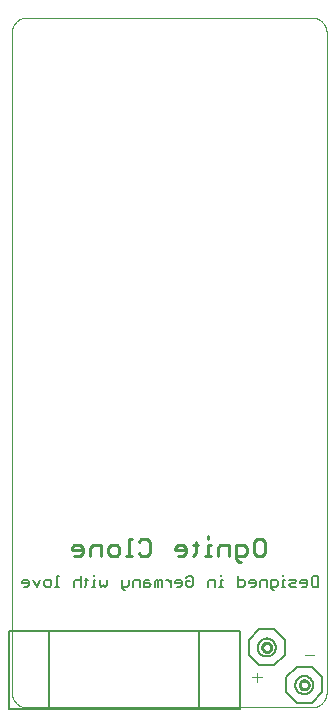
<source format=gbo>
G75*
%MOIN*%
%OFA0B0*%
%FSLAX25Y25*%
%IPPOS*%
%LPD*%
%AMOC8*
5,1,8,0,0,1.08239X$1,22.5*
%
%ADD10C,0.00000*%
%ADD11C,0.00600*%
%ADD12C,0.01000*%
%ADD13C,0.00400*%
%ADD14C,0.00500*%
D10*
X0004567Y0009300D02*
X0004567Y0229261D01*
X0004569Y0229401D01*
X0004575Y0229541D01*
X0004585Y0229681D01*
X0004598Y0229821D01*
X0004616Y0229960D01*
X0004638Y0230099D01*
X0004663Y0230236D01*
X0004692Y0230374D01*
X0004725Y0230510D01*
X0004762Y0230645D01*
X0004803Y0230779D01*
X0004848Y0230912D01*
X0004896Y0231044D01*
X0004948Y0231174D01*
X0005003Y0231303D01*
X0005062Y0231430D01*
X0005125Y0231556D01*
X0005191Y0231680D01*
X0005260Y0231801D01*
X0005333Y0231921D01*
X0005410Y0232039D01*
X0005489Y0232154D01*
X0005572Y0232268D01*
X0005658Y0232378D01*
X0005747Y0232487D01*
X0005839Y0232593D01*
X0005934Y0232696D01*
X0006031Y0232797D01*
X0006132Y0232894D01*
X0006235Y0232989D01*
X0006341Y0233081D01*
X0006450Y0233170D01*
X0006560Y0233256D01*
X0006674Y0233339D01*
X0006789Y0233418D01*
X0006907Y0233495D01*
X0007027Y0233568D01*
X0007148Y0233637D01*
X0007272Y0233703D01*
X0007398Y0233766D01*
X0007525Y0233825D01*
X0007654Y0233880D01*
X0007784Y0233932D01*
X0007916Y0233980D01*
X0008049Y0234025D01*
X0008183Y0234066D01*
X0008318Y0234103D01*
X0008454Y0234136D01*
X0008592Y0234165D01*
X0008729Y0234190D01*
X0008868Y0234212D01*
X0009007Y0234230D01*
X0009147Y0234243D01*
X0009287Y0234253D01*
X0009427Y0234259D01*
X0009567Y0234261D01*
X0104517Y0234261D01*
X0104657Y0234259D01*
X0104797Y0234253D01*
X0104937Y0234243D01*
X0105077Y0234230D01*
X0105216Y0234212D01*
X0105355Y0234190D01*
X0105492Y0234165D01*
X0105630Y0234136D01*
X0105766Y0234103D01*
X0105901Y0234066D01*
X0106035Y0234025D01*
X0106168Y0233980D01*
X0106300Y0233932D01*
X0106430Y0233880D01*
X0106559Y0233825D01*
X0106686Y0233766D01*
X0106812Y0233703D01*
X0106936Y0233637D01*
X0107057Y0233568D01*
X0107177Y0233495D01*
X0107295Y0233418D01*
X0107410Y0233339D01*
X0107524Y0233256D01*
X0107634Y0233170D01*
X0107743Y0233081D01*
X0107849Y0232989D01*
X0107952Y0232894D01*
X0108053Y0232797D01*
X0108150Y0232696D01*
X0108245Y0232593D01*
X0108337Y0232487D01*
X0108426Y0232378D01*
X0108512Y0232268D01*
X0108595Y0232154D01*
X0108674Y0232039D01*
X0108751Y0231921D01*
X0108824Y0231801D01*
X0108893Y0231680D01*
X0108959Y0231556D01*
X0109022Y0231430D01*
X0109081Y0231303D01*
X0109136Y0231174D01*
X0109188Y0231044D01*
X0109236Y0230912D01*
X0109281Y0230779D01*
X0109322Y0230645D01*
X0109359Y0230510D01*
X0109392Y0230374D01*
X0109421Y0230236D01*
X0109446Y0230099D01*
X0109468Y0229960D01*
X0109486Y0229821D01*
X0109499Y0229681D01*
X0109509Y0229541D01*
X0109515Y0229401D01*
X0109517Y0229261D01*
X0109517Y0009300D01*
X0109515Y0009160D01*
X0109509Y0009020D01*
X0109499Y0008880D01*
X0109486Y0008740D01*
X0109468Y0008601D01*
X0109446Y0008462D01*
X0109421Y0008325D01*
X0109392Y0008187D01*
X0109359Y0008051D01*
X0109322Y0007916D01*
X0109281Y0007782D01*
X0109236Y0007649D01*
X0109188Y0007517D01*
X0109136Y0007387D01*
X0109081Y0007258D01*
X0109022Y0007131D01*
X0108959Y0007005D01*
X0108893Y0006881D01*
X0108824Y0006760D01*
X0108751Y0006640D01*
X0108674Y0006522D01*
X0108595Y0006407D01*
X0108512Y0006293D01*
X0108426Y0006183D01*
X0108337Y0006074D01*
X0108245Y0005968D01*
X0108150Y0005865D01*
X0108053Y0005764D01*
X0107952Y0005667D01*
X0107849Y0005572D01*
X0107743Y0005480D01*
X0107634Y0005391D01*
X0107524Y0005305D01*
X0107410Y0005222D01*
X0107295Y0005143D01*
X0107177Y0005066D01*
X0107057Y0004993D01*
X0106936Y0004924D01*
X0106812Y0004858D01*
X0106686Y0004795D01*
X0106559Y0004736D01*
X0106430Y0004681D01*
X0106300Y0004629D01*
X0106168Y0004581D01*
X0106035Y0004536D01*
X0105901Y0004495D01*
X0105766Y0004458D01*
X0105630Y0004425D01*
X0105492Y0004396D01*
X0105355Y0004371D01*
X0105216Y0004349D01*
X0105077Y0004331D01*
X0104937Y0004318D01*
X0104797Y0004308D01*
X0104657Y0004302D01*
X0104517Y0004300D01*
X0009567Y0004300D01*
X0009427Y0004302D01*
X0009287Y0004308D01*
X0009147Y0004318D01*
X0009007Y0004331D01*
X0008868Y0004349D01*
X0008729Y0004371D01*
X0008592Y0004396D01*
X0008454Y0004425D01*
X0008318Y0004458D01*
X0008183Y0004495D01*
X0008049Y0004536D01*
X0007916Y0004581D01*
X0007784Y0004629D01*
X0007654Y0004681D01*
X0007525Y0004736D01*
X0007398Y0004795D01*
X0007272Y0004858D01*
X0007148Y0004924D01*
X0007027Y0004993D01*
X0006907Y0005066D01*
X0006789Y0005143D01*
X0006674Y0005222D01*
X0006560Y0005305D01*
X0006450Y0005391D01*
X0006341Y0005480D01*
X0006235Y0005572D01*
X0006132Y0005667D01*
X0006031Y0005764D01*
X0005934Y0005865D01*
X0005839Y0005968D01*
X0005747Y0006074D01*
X0005658Y0006183D01*
X0005572Y0006293D01*
X0005489Y0006407D01*
X0005410Y0006522D01*
X0005333Y0006640D01*
X0005260Y0006760D01*
X0005191Y0006881D01*
X0005125Y0007005D01*
X0005062Y0007131D01*
X0005003Y0007258D01*
X0004948Y0007387D01*
X0004896Y0007517D01*
X0004848Y0007649D01*
X0004803Y0007782D01*
X0004762Y0007916D01*
X0004725Y0008051D01*
X0004692Y0008187D01*
X0004663Y0008325D01*
X0004638Y0008462D01*
X0004616Y0008601D01*
X0004598Y0008740D01*
X0004585Y0008880D01*
X0004575Y0009020D01*
X0004569Y0009160D01*
X0004567Y0009300D01*
X0089224Y0025850D02*
X0089290Y0025850D01*
X0089240Y0025900D01*
X0089240Y0025800D01*
X0089316Y0025800D02*
X0089383Y0025800D01*
X0089408Y0025800D02*
X0089475Y0025800D01*
X0089475Y0025900D01*
X0089408Y0025900D01*
X0089383Y0025867D02*
X0089349Y0025900D01*
X0089349Y0025800D01*
X0089441Y0025850D02*
X0089475Y0025850D01*
X0089500Y0025833D02*
X0089500Y0025817D01*
X0089517Y0025800D01*
X0089550Y0025800D01*
X0089567Y0025817D01*
X0089550Y0025850D02*
X0089517Y0025850D01*
X0089500Y0025833D01*
X0089500Y0025883D02*
X0089517Y0025900D01*
X0089550Y0025900D01*
X0089567Y0025883D01*
X0089567Y0025867D01*
X0089550Y0025850D01*
X0101740Y0013400D02*
X0101790Y0013350D01*
X0101724Y0013350D01*
X0101740Y0013300D02*
X0101740Y0013400D01*
X0101849Y0013400D02*
X0101849Y0013300D01*
X0101816Y0013300D02*
X0101883Y0013300D01*
X0101908Y0013300D02*
X0101975Y0013300D01*
X0101975Y0013400D01*
X0101908Y0013400D01*
X0101883Y0013367D02*
X0101849Y0013400D01*
X0101941Y0013350D02*
X0101975Y0013350D01*
X0102000Y0013333D02*
X0102000Y0013317D01*
X0102017Y0013300D01*
X0102050Y0013300D01*
X0102067Y0013317D01*
X0102050Y0013350D02*
X0102017Y0013350D01*
X0102000Y0013333D01*
X0102000Y0013383D02*
X0102017Y0013400D01*
X0102050Y0013400D01*
X0102067Y0013383D01*
X0102067Y0013367D01*
X0102050Y0013350D01*
D11*
X0099067Y0011800D02*
X0099069Y0011909D01*
X0099075Y0012018D01*
X0099085Y0012126D01*
X0099099Y0012234D01*
X0099116Y0012342D01*
X0099138Y0012449D01*
X0099163Y0012555D01*
X0099193Y0012659D01*
X0099226Y0012763D01*
X0099263Y0012866D01*
X0099303Y0012967D01*
X0099347Y0013066D01*
X0099395Y0013164D01*
X0099447Y0013261D01*
X0099501Y0013355D01*
X0099559Y0013447D01*
X0099621Y0013537D01*
X0099686Y0013624D01*
X0099753Y0013710D01*
X0099824Y0013793D01*
X0099898Y0013873D01*
X0099975Y0013950D01*
X0100054Y0014025D01*
X0100136Y0014096D01*
X0100221Y0014165D01*
X0100308Y0014230D01*
X0100397Y0014293D01*
X0100489Y0014351D01*
X0100583Y0014407D01*
X0100678Y0014459D01*
X0100776Y0014508D01*
X0100875Y0014553D01*
X0100976Y0014595D01*
X0101078Y0014632D01*
X0101181Y0014666D01*
X0101286Y0014697D01*
X0101392Y0014723D01*
X0101498Y0014746D01*
X0101606Y0014764D01*
X0101714Y0014779D01*
X0101822Y0014790D01*
X0101931Y0014797D01*
X0102040Y0014800D01*
X0102149Y0014799D01*
X0102258Y0014794D01*
X0102366Y0014785D01*
X0102474Y0014772D01*
X0102582Y0014755D01*
X0102689Y0014735D01*
X0102795Y0014710D01*
X0102900Y0014682D01*
X0103004Y0014650D01*
X0103107Y0014614D01*
X0103209Y0014574D01*
X0103309Y0014531D01*
X0103407Y0014484D01*
X0103504Y0014434D01*
X0103598Y0014380D01*
X0103691Y0014322D01*
X0103782Y0014262D01*
X0103870Y0014198D01*
X0103956Y0014131D01*
X0104039Y0014061D01*
X0104120Y0013988D01*
X0104198Y0013912D01*
X0104273Y0013833D01*
X0104346Y0013751D01*
X0104415Y0013667D01*
X0104481Y0013581D01*
X0104544Y0013492D01*
X0104604Y0013401D01*
X0104661Y0013308D01*
X0104714Y0013213D01*
X0104763Y0013116D01*
X0104809Y0013017D01*
X0104851Y0012917D01*
X0104890Y0012815D01*
X0104925Y0012711D01*
X0104956Y0012607D01*
X0104984Y0012502D01*
X0105007Y0012395D01*
X0105027Y0012288D01*
X0105043Y0012180D01*
X0105055Y0012072D01*
X0105063Y0011963D01*
X0105067Y0011854D01*
X0105067Y0011746D01*
X0105063Y0011637D01*
X0105055Y0011528D01*
X0105043Y0011420D01*
X0105027Y0011312D01*
X0105007Y0011205D01*
X0104984Y0011098D01*
X0104956Y0010993D01*
X0104925Y0010889D01*
X0104890Y0010785D01*
X0104851Y0010683D01*
X0104809Y0010583D01*
X0104763Y0010484D01*
X0104714Y0010387D01*
X0104661Y0010292D01*
X0104604Y0010199D01*
X0104544Y0010108D01*
X0104481Y0010019D01*
X0104415Y0009933D01*
X0104346Y0009849D01*
X0104273Y0009767D01*
X0104198Y0009688D01*
X0104120Y0009612D01*
X0104039Y0009539D01*
X0103956Y0009469D01*
X0103870Y0009402D01*
X0103782Y0009338D01*
X0103691Y0009278D01*
X0103598Y0009220D01*
X0103504Y0009166D01*
X0103407Y0009116D01*
X0103309Y0009069D01*
X0103209Y0009026D01*
X0103107Y0008986D01*
X0103004Y0008950D01*
X0102900Y0008918D01*
X0102795Y0008890D01*
X0102689Y0008865D01*
X0102582Y0008845D01*
X0102474Y0008828D01*
X0102366Y0008815D01*
X0102258Y0008806D01*
X0102149Y0008801D01*
X0102040Y0008800D01*
X0101931Y0008803D01*
X0101822Y0008810D01*
X0101714Y0008821D01*
X0101606Y0008836D01*
X0101498Y0008854D01*
X0101392Y0008877D01*
X0101286Y0008903D01*
X0101181Y0008934D01*
X0101078Y0008968D01*
X0100976Y0009005D01*
X0100875Y0009047D01*
X0100776Y0009092D01*
X0100678Y0009141D01*
X0100583Y0009193D01*
X0100489Y0009249D01*
X0100397Y0009307D01*
X0100308Y0009370D01*
X0100221Y0009435D01*
X0100136Y0009504D01*
X0100054Y0009575D01*
X0099975Y0009650D01*
X0099898Y0009727D01*
X0099824Y0009807D01*
X0099753Y0009890D01*
X0099686Y0009976D01*
X0099621Y0010063D01*
X0099559Y0010153D01*
X0099501Y0010245D01*
X0099447Y0010339D01*
X0099395Y0010436D01*
X0099347Y0010534D01*
X0099303Y0010633D01*
X0099263Y0010734D01*
X0099226Y0010837D01*
X0099193Y0010941D01*
X0099163Y0011045D01*
X0099138Y0011151D01*
X0099116Y0011258D01*
X0099099Y0011366D01*
X0099085Y0011474D01*
X0099075Y0011582D01*
X0099069Y0011691D01*
X0099067Y0011800D01*
X0096067Y0009300D02*
X0099567Y0005800D01*
X0104567Y0005800D01*
X0108067Y0009300D01*
X0108067Y0014300D01*
X0104567Y0017800D01*
X0099567Y0017800D01*
X0096067Y0014300D01*
X0096067Y0009300D01*
X0092067Y0018300D02*
X0087067Y0018300D01*
X0083567Y0021800D01*
X0083567Y0026800D01*
X0087067Y0030300D01*
X0092067Y0030300D01*
X0095567Y0026800D01*
X0095567Y0021800D01*
X0092067Y0018300D01*
X0086567Y0024300D02*
X0086569Y0024409D01*
X0086575Y0024518D01*
X0086585Y0024626D01*
X0086599Y0024734D01*
X0086616Y0024842D01*
X0086638Y0024949D01*
X0086663Y0025055D01*
X0086693Y0025159D01*
X0086726Y0025263D01*
X0086763Y0025366D01*
X0086803Y0025467D01*
X0086847Y0025566D01*
X0086895Y0025664D01*
X0086947Y0025761D01*
X0087001Y0025855D01*
X0087059Y0025947D01*
X0087121Y0026037D01*
X0087186Y0026124D01*
X0087253Y0026210D01*
X0087324Y0026293D01*
X0087398Y0026373D01*
X0087475Y0026450D01*
X0087554Y0026525D01*
X0087636Y0026596D01*
X0087721Y0026665D01*
X0087808Y0026730D01*
X0087897Y0026793D01*
X0087989Y0026851D01*
X0088083Y0026907D01*
X0088178Y0026959D01*
X0088276Y0027008D01*
X0088375Y0027053D01*
X0088476Y0027095D01*
X0088578Y0027132D01*
X0088681Y0027166D01*
X0088786Y0027197D01*
X0088892Y0027223D01*
X0088998Y0027246D01*
X0089106Y0027264D01*
X0089214Y0027279D01*
X0089322Y0027290D01*
X0089431Y0027297D01*
X0089540Y0027300D01*
X0089649Y0027299D01*
X0089758Y0027294D01*
X0089866Y0027285D01*
X0089974Y0027272D01*
X0090082Y0027255D01*
X0090189Y0027235D01*
X0090295Y0027210D01*
X0090400Y0027182D01*
X0090504Y0027150D01*
X0090607Y0027114D01*
X0090709Y0027074D01*
X0090809Y0027031D01*
X0090907Y0026984D01*
X0091004Y0026934D01*
X0091098Y0026880D01*
X0091191Y0026822D01*
X0091282Y0026762D01*
X0091370Y0026698D01*
X0091456Y0026631D01*
X0091539Y0026561D01*
X0091620Y0026488D01*
X0091698Y0026412D01*
X0091773Y0026333D01*
X0091846Y0026251D01*
X0091915Y0026167D01*
X0091981Y0026081D01*
X0092044Y0025992D01*
X0092104Y0025901D01*
X0092161Y0025808D01*
X0092214Y0025713D01*
X0092263Y0025616D01*
X0092309Y0025517D01*
X0092351Y0025417D01*
X0092390Y0025315D01*
X0092425Y0025211D01*
X0092456Y0025107D01*
X0092484Y0025002D01*
X0092507Y0024895D01*
X0092527Y0024788D01*
X0092543Y0024680D01*
X0092555Y0024572D01*
X0092563Y0024463D01*
X0092567Y0024354D01*
X0092567Y0024246D01*
X0092563Y0024137D01*
X0092555Y0024028D01*
X0092543Y0023920D01*
X0092527Y0023812D01*
X0092507Y0023705D01*
X0092484Y0023598D01*
X0092456Y0023493D01*
X0092425Y0023389D01*
X0092390Y0023285D01*
X0092351Y0023183D01*
X0092309Y0023083D01*
X0092263Y0022984D01*
X0092214Y0022887D01*
X0092161Y0022792D01*
X0092104Y0022699D01*
X0092044Y0022608D01*
X0091981Y0022519D01*
X0091915Y0022433D01*
X0091846Y0022349D01*
X0091773Y0022267D01*
X0091698Y0022188D01*
X0091620Y0022112D01*
X0091539Y0022039D01*
X0091456Y0021969D01*
X0091370Y0021902D01*
X0091282Y0021838D01*
X0091191Y0021778D01*
X0091098Y0021720D01*
X0091004Y0021666D01*
X0090907Y0021616D01*
X0090809Y0021569D01*
X0090709Y0021526D01*
X0090607Y0021486D01*
X0090504Y0021450D01*
X0090400Y0021418D01*
X0090295Y0021390D01*
X0090189Y0021365D01*
X0090082Y0021345D01*
X0089974Y0021328D01*
X0089866Y0021315D01*
X0089758Y0021306D01*
X0089649Y0021301D01*
X0089540Y0021300D01*
X0089431Y0021303D01*
X0089322Y0021310D01*
X0089214Y0021321D01*
X0089106Y0021336D01*
X0088998Y0021354D01*
X0088892Y0021377D01*
X0088786Y0021403D01*
X0088681Y0021434D01*
X0088578Y0021468D01*
X0088476Y0021505D01*
X0088375Y0021547D01*
X0088276Y0021592D01*
X0088178Y0021641D01*
X0088083Y0021693D01*
X0087989Y0021749D01*
X0087897Y0021807D01*
X0087808Y0021870D01*
X0087721Y0021935D01*
X0087636Y0022004D01*
X0087554Y0022075D01*
X0087475Y0022150D01*
X0087398Y0022227D01*
X0087324Y0022307D01*
X0087253Y0022390D01*
X0087186Y0022476D01*
X0087121Y0022563D01*
X0087059Y0022653D01*
X0087001Y0022745D01*
X0086947Y0022839D01*
X0086895Y0022936D01*
X0086847Y0023034D01*
X0086803Y0023133D01*
X0086763Y0023234D01*
X0086726Y0023337D01*
X0086693Y0023441D01*
X0086663Y0023545D01*
X0086638Y0023651D01*
X0086616Y0023758D01*
X0086599Y0023866D01*
X0086585Y0023974D01*
X0086575Y0024082D01*
X0086569Y0024191D01*
X0086567Y0024300D01*
X0091560Y0043466D02*
X0090993Y0044033D01*
X0090993Y0046869D01*
X0092695Y0046869D01*
X0093262Y0046301D01*
X0093262Y0045167D01*
X0092695Y0044600D01*
X0090993Y0044600D01*
X0091560Y0043466D02*
X0092127Y0043466D01*
X0089579Y0044600D02*
X0089579Y0046869D01*
X0087877Y0046869D01*
X0087310Y0046301D01*
X0087310Y0044600D01*
X0085896Y0045167D02*
X0085896Y0046301D01*
X0085328Y0046869D01*
X0084194Y0046869D01*
X0083627Y0046301D01*
X0083627Y0045734D01*
X0085896Y0045734D01*
X0085896Y0045167D02*
X0085328Y0044600D01*
X0084194Y0044600D01*
X0082212Y0045167D02*
X0082212Y0046301D01*
X0081645Y0046869D01*
X0079944Y0046869D01*
X0079944Y0048003D02*
X0079944Y0044600D01*
X0081645Y0044600D01*
X0082212Y0045167D01*
X0074846Y0044600D02*
X0073712Y0044600D01*
X0074279Y0044600D02*
X0074279Y0046869D01*
X0074846Y0046869D01*
X0074279Y0048003D02*
X0074279Y0048570D01*
X0072391Y0046869D02*
X0072391Y0044600D01*
X0072391Y0046869D02*
X0070689Y0046869D01*
X0070122Y0046301D01*
X0070122Y0044600D01*
X0065024Y0045167D02*
X0064457Y0044600D01*
X0063323Y0044600D01*
X0062756Y0045167D01*
X0062756Y0046301D01*
X0063890Y0046301D01*
X0065024Y0045167D02*
X0065024Y0047436D01*
X0064457Y0048003D01*
X0063323Y0048003D01*
X0062756Y0047436D01*
X0061341Y0046301D02*
X0061341Y0045167D01*
X0060774Y0044600D01*
X0059640Y0044600D01*
X0059073Y0045734D02*
X0061341Y0045734D01*
X0061341Y0046301D02*
X0060774Y0046869D01*
X0059640Y0046869D01*
X0059073Y0046301D01*
X0059073Y0045734D01*
X0057658Y0045734D02*
X0056524Y0046869D01*
X0055957Y0046869D01*
X0057658Y0046869D02*
X0057658Y0044600D01*
X0054589Y0044600D02*
X0054589Y0046869D01*
X0054022Y0046869D01*
X0053454Y0046301D01*
X0052887Y0046869D01*
X0052320Y0046301D01*
X0052320Y0044600D01*
X0053454Y0044600D02*
X0053454Y0046301D01*
X0050906Y0045167D02*
X0050338Y0045734D01*
X0048637Y0045734D01*
X0048637Y0046301D02*
X0048637Y0044600D01*
X0050338Y0044600D01*
X0050906Y0045167D01*
X0050338Y0046869D02*
X0049204Y0046869D01*
X0048637Y0046301D01*
X0047223Y0046869D02*
X0047223Y0044600D01*
X0047223Y0046869D02*
X0045521Y0046869D01*
X0044954Y0046301D01*
X0044954Y0044600D01*
X0043539Y0045167D02*
X0043539Y0046869D01*
X0043539Y0045167D02*
X0042972Y0044600D01*
X0041271Y0044600D01*
X0041271Y0044033D02*
X0041838Y0043466D01*
X0042405Y0043466D01*
X0041271Y0044033D02*
X0041271Y0046869D01*
X0036173Y0046869D02*
X0036173Y0045167D01*
X0035606Y0044600D01*
X0035039Y0045167D01*
X0034472Y0044600D01*
X0033904Y0045167D01*
X0033904Y0046869D01*
X0032490Y0046869D02*
X0031923Y0046869D01*
X0031923Y0044600D01*
X0032490Y0044600D02*
X0031356Y0044600D01*
X0030034Y0046869D02*
X0028900Y0046869D01*
X0029467Y0047436D02*
X0029467Y0045167D01*
X0028900Y0044600D01*
X0027579Y0044600D02*
X0027579Y0048003D01*
X0027012Y0046869D02*
X0025878Y0046869D01*
X0025310Y0046301D01*
X0025310Y0044600D01*
X0027579Y0046301D02*
X0027012Y0046869D01*
X0031923Y0048003D02*
X0031923Y0048570D01*
X0020213Y0048003D02*
X0019646Y0048003D01*
X0019646Y0044600D01*
X0020213Y0044600D02*
X0019078Y0044600D01*
X0017757Y0045167D02*
X0017757Y0046301D01*
X0017190Y0046869D01*
X0016056Y0046869D01*
X0015489Y0046301D01*
X0015489Y0045167D01*
X0016056Y0044600D01*
X0017190Y0044600D01*
X0017757Y0045167D01*
X0014074Y0046869D02*
X0012940Y0044600D01*
X0011806Y0046869D01*
X0010391Y0046301D02*
X0010391Y0045167D01*
X0009824Y0044600D01*
X0008690Y0044600D01*
X0008122Y0045734D02*
X0010391Y0045734D01*
X0010391Y0046301D02*
X0009824Y0046869D01*
X0008690Y0046869D01*
X0008122Y0046301D01*
X0008122Y0045734D01*
X0094583Y0044600D02*
X0095717Y0044600D01*
X0095150Y0044600D02*
X0095150Y0046869D01*
X0095717Y0046869D01*
X0095150Y0048003D02*
X0095150Y0048570D01*
X0097132Y0046869D02*
X0098833Y0046869D01*
X0099400Y0046301D01*
X0098833Y0045734D01*
X0097699Y0045734D01*
X0097132Y0045167D01*
X0097699Y0044600D01*
X0099400Y0044600D01*
X0100815Y0045734D02*
X0103084Y0045734D01*
X0103084Y0045167D02*
X0103084Y0046301D01*
X0102516Y0046869D01*
X0101382Y0046869D01*
X0100815Y0046301D01*
X0100815Y0045734D01*
X0101382Y0044600D02*
X0102516Y0044600D01*
X0103084Y0045167D01*
X0104498Y0045167D02*
X0104498Y0047436D01*
X0105065Y0048003D01*
X0106767Y0048003D01*
X0106767Y0044600D01*
X0105065Y0044600D01*
X0104498Y0045167D01*
D12*
X0089067Y0055734D02*
X0088133Y0054800D01*
X0086264Y0054800D01*
X0085330Y0055734D01*
X0085330Y0059471D01*
X0086264Y0060405D01*
X0088133Y0060405D01*
X0089067Y0059471D01*
X0089067Y0055734D01*
X0082989Y0055734D02*
X0082055Y0054800D01*
X0079253Y0054800D01*
X0079253Y0053866D02*
X0079253Y0058537D01*
X0082055Y0058537D01*
X0082989Y0057602D01*
X0082989Y0055734D01*
X0081121Y0052932D02*
X0080187Y0052932D01*
X0079253Y0053866D01*
X0076912Y0054800D02*
X0076912Y0058537D01*
X0074110Y0058537D01*
X0073176Y0057602D01*
X0073176Y0054800D01*
X0070835Y0054800D02*
X0068967Y0054800D01*
X0069901Y0054800D02*
X0069901Y0058537D01*
X0070835Y0058537D01*
X0069901Y0060405D02*
X0069901Y0061339D01*
X0066784Y0058537D02*
X0064915Y0058537D01*
X0065850Y0059471D02*
X0065850Y0055734D01*
X0064915Y0054800D01*
X0062732Y0055734D02*
X0062732Y0057602D01*
X0061798Y0058537D01*
X0059930Y0058537D01*
X0058996Y0057602D01*
X0058996Y0056668D01*
X0062732Y0056668D01*
X0062732Y0055734D02*
X0061798Y0054800D01*
X0059930Y0054800D01*
X0050578Y0055734D02*
X0049644Y0054800D01*
X0047775Y0054800D01*
X0046841Y0055734D01*
X0046841Y0059471D02*
X0047775Y0060405D01*
X0049644Y0060405D01*
X0050578Y0059471D01*
X0050578Y0055734D01*
X0044501Y0054800D02*
X0042632Y0054800D01*
X0043566Y0054800D02*
X0043566Y0060405D01*
X0044501Y0060405D01*
X0040449Y0057602D02*
X0040449Y0055734D01*
X0039515Y0054800D01*
X0037647Y0054800D01*
X0036713Y0055734D01*
X0036713Y0057602D01*
X0037647Y0058537D01*
X0039515Y0058537D01*
X0040449Y0057602D01*
X0034372Y0058537D02*
X0034372Y0054800D01*
X0034372Y0058537D02*
X0031570Y0058537D01*
X0030635Y0057602D01*
X0030635Y0054800D01*
X0028295Y0055734D02*
X0028295Y0057602D01*
X0027361Y0058537D01*
X0025492Y0058537D01*
X0024558Y0057602D01*
X0024558Y0056668D01*
X0028295Y0056668D01*
X0028295Y0055734D02*
X0027361Y0054800D01*
X0025492Y0054800D01*
X0088067Y0024300D02*
X0088069Y0024377D01*
X0088075Y0024454D01*
X0088085Y0024531D01*
X0088099Y0024607D01*
X0088116Y0024682D01*
X0088138Y0024756D01*
X0088163Y0024829D01*
X0088193Y0024901D01*
X0088225Y0024971D01*
X0088262Y0025039D01*
X0088301Y0025105D01*
X0088344Y0025169D01*
X0088391Y0025231D01*
X0088440Y0025290D01*
X0088493Y0025347D01*
X0088548Y0025401D01*
X0088606Y0025452D01*
X0088667Y0025500D01*
X0088730Y0025545D01*
X0088795Y0025586D01*
X0088862Y0025624D01*
X0088931Y0025659D01*
X0089002Y0025689D01*
X0089074Y0025717D01*
X0089148Y0025740D01*
X0089222Y0025760D01*
X0089298Y0025776D01*
X0089374Y0025788D01*
X0089451Y0025796D01*
X0089528Y0025800D01*
X0089606Y0025800D01*
X0089683Y0025796D01*
X0089760Y0025788D01*
X0089836Y0025776D01*
X0089912Y0025760D01*
X0089986Y0025740D01*
X0090060Y0025717D01*
X0090132Y0025689D01*
X0090203Y0025659D01*
X0090272Y0025624D01*
X0090339Y0025586D01*
X0090404Y0025545D01*
X0090467Y0025500D01*
X0090528Y0025452D01*
X0090586Y0025401D01*
X0090641Y0025347D01*
X0090694Y0025290D01*
X0090743Y0025231D01*
X0090790Y0025169D01*
X0090833Y0025105D01*
X0090872Y0025039D01*
X0090909Y0024971D01*
X0090941Y0024901D01*
X0090971Y0024829D01*
X0090996Y0024756D01*
X0091018Y0024682D01*
X0091035Y0024607D01*
X0091049Y0024531D01*
X0091059Y0024454D01*
X0091065Y0024377D01*
X0091067Y0024300D01*
X0091065Y0024223D01*
X0091059Y0024146D01*
X0091049Y0024069D01*
X0091035Y0023993D01*
X0091018Y0023918D01*
X0090996Y0023844D01*
X0090971Y0023771D01*
X0090941Y0023699D01*
X0090909Y0023629D01*
X0090872Y0023561D01*
X0090833Y0023495D01*
X0090790Y0023431D01*
X0090743Y0023369D01*
X0090694Y0023310D01*
X0090641Y0023253D01*
X0090586Y0023199D01*
X0090528Y0023148D01*
X0090467Y0023100D01*
X0090404Y0023055D01*
X0090339Y0023014D01*
X0090272Y0022976D01*
X0090203Y0022941D01*
X0090132Y0022911D01*
X0090060Y0022883D01*
X0089986Y0022860D01*
X0089912Y0022840D01*
X0089836Y0022824D01*
X0089760Y0022812D01*
X0089683Y0022804D01*
X0089606Y0022800D01*
X0089528Y0022800D01*
X0089451Y0022804D01*
X0089374Y0022812D01*
X0089298Y0022824D01*
X0089222Y0022840D01*
X0089148Y0022860D01*
X0089074Y0022883D01*
X0089002Y0022911D01*
X0088931Y0022941D01*
X0088862Y0022976D01*
X0088795Y0023014D01*
X0088730Y0023055D01*
X0088667Y0023100D01*
X0088606Y0023148D01*
X0088548Y0023199D01*
X0088493Y0023253D01*
X0088440Y0023310D01*
X0088391Y0023369D01*
X0088344Y0023431D01*
X0088301Y0023495D01*
X0088262Y0023561D01*
X0088225Y0023629D01*
X0088193Y0023699D01*
X0088163Y0023771D01*
X0088138Y0023844D01*
X0088116Y0023918D01*
X0088099Y0023993D01*
X0088085Y0024069D01*
X0088075Y0024146D01*
X0088069Y0024223D01*
X0088067Y0024300D01*
X0100567Y0011800D02*
X0100569Y0011877D01*
X0100575Y0011954D01*
X0100585Y0012031D01*
X0100599Y0012107D01*
X0100616Y0012182D01*
X0100638Y0012256D01*
X0100663Y0012329D01*
X0100693Y0012401D01*
X0100725Y0012471D01*
X0100762Y0012539D01*
X0100801Y0012605D01*
X0100844Y0012669D01*
X0100891Y0012731D01*
X0100940Y0012790D01*
X0100993Y0012847D01*
X0101048Y0012901D01*
X0101106Y0012952D01*
X0101167Y0013000D01*
X0101230Y0013045D01*
X0101295Y0013086D01*
X0101362Y0013124D01*
X0101431Y0013159D01*
X0101502Y0013189D01*
X0101574Y0013217D01*
X0101648Y0013240D01*
X0101722Y0013260D01*
X0101798Y0013276D01*
X0101874Y0013288D01*
X0101951Y0013296D01*
X0102028Y0013300D01*
X0102106Y0013300D01*
X0102183Y0013296D01*
X0102260Y0013288D01*
X0102336Y0013276D01*
X0102412Y0013260D01*
X0102486Y0013240D01*
X0102560Y0013217D01*
X0102632Y0013189D01*
X0102703Y0013159D01*
X0102772Y0013124D01*
X0102839Y0013086D01*
X0102904Y0013045D01*
X0102967Y0013000D01*
X0103028Y0012952D01*
X0103086Y0012901D01*
X0103141Y0012847D01*
X0103194Y0012790D01*
X0103243Y0012731D01*
X0103290Y0012669D01*
X0103333Y0012605D01*
X0103372Y0012539D01*
X0103409Y0012471D01*
X0103441Y0012401D01*
X0103471Y0012329D01*
X0103496Y0012256D01*
X0103518Y0012182D01*
X0103535Y0012107D01*
X0103549Y0012031D01*
X0103559Y0011954D01*
X0103565Y0011877D01*
X0103567Y0011800D01*
X0103565Y0011723D01*
X0103559Y0011646D01*
X0103549Y0011569D01*
X0103535Y0011493D01*
X0103518Y0011418D01*
X0103496Y0011344D01*
X0103471Y0011271D01*
X0103441Y0011199D01*
X0103409Y0011129D01*
X0103372Y0011061D01*
X0103333Y0010995D01*
X0103290Y0010931D01*
X0103243Y0010869D01*
X0103194Y0010810D01*
X0103141Y0010753D01*
X0103086Y0010699D01*
X0103028Y0010648D01*
X0102967Y0010600D01*
X0102904Y0010555D01*
X0102839Y0010514D01*
X0102772Y0010476D01*
X0102703Y0010441D01*
X0102632Y0010411D01*
X0102560Y0010383D01*
X0102486Y0010360D01*
X0102412Y0010340D01*
X0102336Y0010324D01*
X0102260Y0010312D01*
X0102183Y0010304D01*
X0102106Y0010300D01*
X0102028Y0010300D01*
X0101951Y0010304D01*
X0101874Y0010312D01*
X0101798Y0010324D01*
X0101722Y0010340D01*
X0101648Y0010360D01*
X0101574Y0010383D01*
X0101502Y0010411D01*
X0101431Y0010441D01*
X0101362Y0010476D01*
X0101295Y0010514D01*
X0101230Y0010555D01*
X0101167Y0010600D01*
X0101106Y0010648D01*
X0101048Y0010699D01*
X0100993Y0010753D01*
X0100940Y0010810D01*
X0100891Y0010869D01*
X0100844Y0010931D01*
X0100801Y0010995D01*
X0100762Y0011061D01*
X0100725Y0011129D01*
X0100693Y0011199D01*
X0100663Y0011271D01*
X0100638Y0011344D01*
X0100616Y0011418D01*
X0100599Y0011493D01*
X0100585Y0011569D01*
X0100575Y0011646D01*
X0100569Y0011723D01*
X0100567Y0011800D01*
D13*
X0102267Y0021802D02*
X0105336Y0021802D01*
X0087836Y0014302D02*
X0084767Y0014302D01*
X0086301Y0015837D02*
X0086301Y0012767D01*
D14*
X0017067Y0003800D02*
X0003567Y0003800D01*
X0003567Y0029800D01*
X0017067Y0029800D01*
X0017067Y0003800D01*
X0067067Y0003800D01*
X0080567Y0003800D01*
X0080567Y0029800D01*
X0067067Y0029800D01*
X0067067Y0003800D01*
X0067067Y0029800D02*
X0017067Y0029800D01*
M02*

</source>
